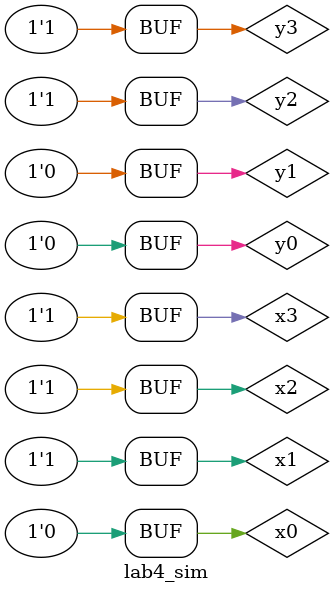
<source format=v>
`timescale 1ns / 1ps


module lab4_sim(
    
   
    );
    reg x3;
    reg x2;
    reg x1;
    reg x0;
    reg y3;
    reg y2;
    reg y1;
    reg y0;
    wire AA , AB, BB;
    lab4_source UUT(
    .x3(x3),
    .x2(x2),
    .x1(x1),
    .x0(x0),
    .y3(y3),
    .y2(y2),
    .y1(y1),
    .y0(y0),
    .AA(AA),
    .BB(BB),
    .AB(AB)
    );
    
    initial begin 
    x3=0;                //X3X2X1X0       Y3Y2Y1Y0
    x2=0;
    x1=0;
    x0=0;             //A=B=0
    y3=0;
    y2=0;
    y1=0;
    y0=0;
    #10;
    x3=1;                
    x2=0;
    x1=0;             // A=-8 B=0
    x0=0;             
    y3=0;
    y2=0;
    y1=0;
    y0=0;
    #10;
    x3=0;                
    x2=1;
    x1=0;
    x0=0;              // A = 4 B= 0 
    y3=0;
    y2=0;
    y1=0;
    y0=0;
    #10;
    x3=0;                
    x2=1;
    x1=0;
    x0=0;              // A = 4 B= 2 
    y3=0;
    y2=0;
    y1=1;
    y0=0;
    #10;
    x3=0;                
    x2=1;
    x1=0;
    x0=0;              // A = 4 B= 7 
    y3=0;
    y2=1;
    y1=1;
    y0=1;
    #10;
    x3=1;                
    x2=1;
    x1=1;
    x0=0;              // A = -2 B= -4 
    y3=1;
    y2=1;
    y1=0;
    y0=0;
    
    end
endmodule

</source>
